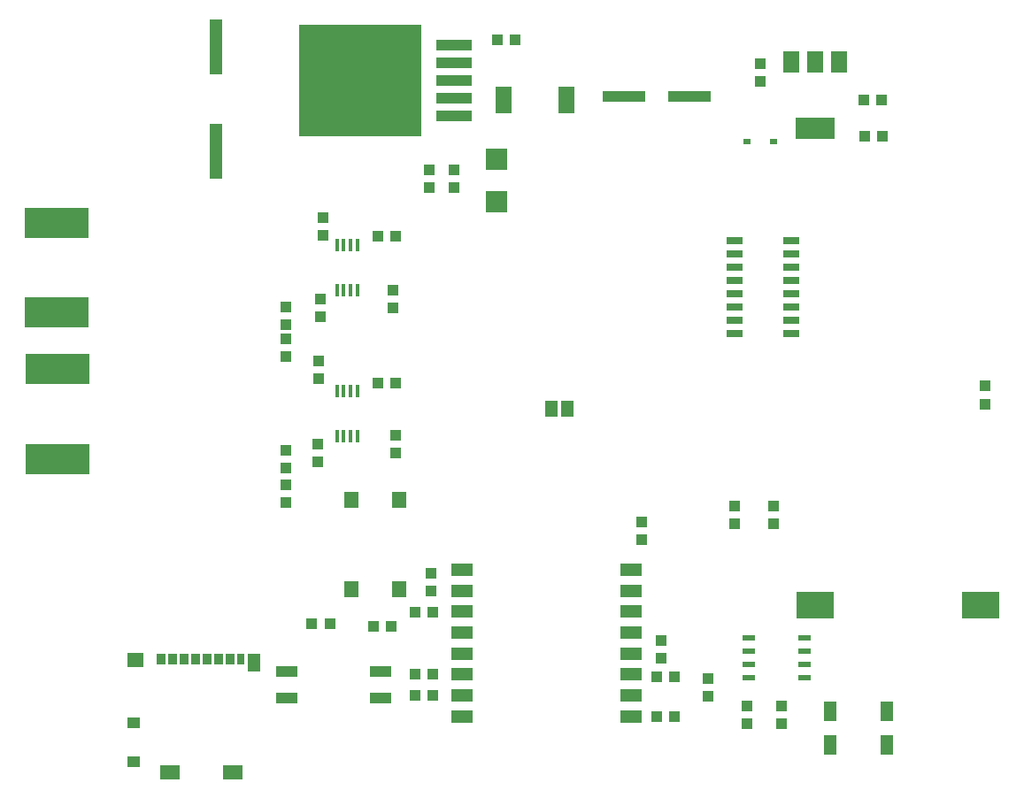
<source format=gtp>
G75*
%MOIN*%
%OFA0B0*%
%FSLAX25Y25*%
%IPPOS*%
%LPD*%
%AMOC8*
5,1,8,0,0,1.08239X$1,22.5*
%
%ADD10R,0.01575X0.04724*%
%ADD11R,0.03937X0.04331*%
%ADD12R,0.07874X0.07874*%
%ADD13R,0.04331X0.03937*%
%ADD14R,0.05900X0.07900*%
%ADD15R,0.15000X0.07900*%
%ADD16R,0.13800X0.04100*%
%ADD17R,0.45900X0.42000*%
%ADD18R,0.05906X0.09843*%
%ADD19R,0.03150X0.02362*%
%ADD20R,0.16000X0.04300*%
%ADD21R,0.07874X0.04724*%
%ADD22R,0.04700X0.21100*%
%ADD23R,0.03350X0.04300*%
%ADD24R,0.02950X0.04300*%
%ADD25R,0.04606X0.07059*%
%ADD26R,0.07509X0.05306*%
%ADD27R,0.04706X0.03955*%
%ADD28R,0.06108X0.05307*%
%ADD29R,0.05512X0.06299*%
%ADD30R,0.04600X0.06300*%
%ADD31R,0.06000X0.02500*%
%ADD32R,0.24409X0.11811*%
%ADD33R,0.05118X0.07480*%
%ADD34R,0.05118X0.02362*%
%ADD35R,0.13937X0.10236*%
%ADD36R,0.07900X0.04300*%
D10*
X0162988Y0196040D03*
X0165547Y0196040D03*
X0168106Y0196040D03*
X0170665Y0196040D03*
X0170665Y0213022D03*
X0168106Y0213022D03*
X0165547Y0213022D03*
X0162988Y0213022D03*
X0162988Y0251040D03*
X0165547Y0251040D03*
X0168106Y0251040D03*
X0170665Y0251040D03*
X0170665Y0268022D03*
X0168106Y0268022D03*
X0165547Y0268022D03*
X0162988Y0268022D03*
D11*
X0157627Y0271585D03*
X0157627Y0278278D03*
X0178480Y0271531D03*
X0185173Y0271531D03*
X0197786Y0289589D03*
X0197786Y0296282D03*
X0206950Y0296269D03*
X0206950Y0289576D03*
X0184051Y0251000D03*
X0184051Y0244307D03*
X0156827Y0241185D03*
X0156827Y0247878D03*
X0156127Y0224378D03*
X0156127Y0217685D03*
X0178441Y0216208D03*
X0185134Y0216208D03*
X0185027Y0196378D03*
X0185027Y0189685D03*
X0155827Y0186485D03*
X0155827Y0193178D03*
X0192480Y0129831D03*
X0199173Y0129831D03*
X0183520Y0124531D03*
X0176827Y0124531D03*
X0160253Y0125547D03*
X0153560Y0125547D03*
X0192480Y0106531D03*
X0199173Y0106531D03*
X0199173Y0098531D03*
X0192480Y0098531D03*
X0283480Y0105531D03*
X0290173Y0105531D03*
X0317372Y0094309D03*
X0317372Y0087616D03*
X0277627Y0157085D03*
X0277627Y0163778D03*
X0407110Y0208199D03*
X0407110Y0214892D03*
X0322327Y0329585D03*
X0322327Y0336278D03*
D12*
X0223111Y0300249D03*
X0223111Y0284501D03*
D13*
X0143827Y0244878D03*
X0143827Y0238185D03*
X0143827Y0232878D03*
X0143827Y0226185D03*
X0143827Y0190878D03*
X0143827Y0184185D03*
X0143827Y0177878D03*
X0143827Y0171185D03*
X0198277Y0144467D03*
X0198277Y0137774D03*
X0284904Y0119149D03*
X0284904Y0112456D03*
X0302827Y0104878D03*
X0302827Y0098185D03*
X0290173Y0090531D03*
X0283480Y0090531D03*
X0330456Y0087668D03*
X0330456Y0094361D03*
X0327365Y0162923D03*
X0327365Y0169615D03*
X0312827Y0169878D03*
X0312827Y0163185D03*
X0361729Y0309002D03*
X0368422Y0309002D03*
X0368197Y0322827D03*
X0361504Y0322827D03*
X0229972Y0345338D03*
X0223280Y0345338D03*
D14*
X0334038Y0336931D03*
X0343038Y0336931D03*
X0352038Y0336931D03*
D15*
X0343138Y0312131D03*
D16*
X0206902Y0316690D03*
X0206902Y0323390D03*
X0206902Y0330090D03*
X0206902Y0336790D03*
X0206902Y0343490D03*
D17*
X0171702Y0330090D03*
D18*
X0225715Y0322884D03*
X0249337Y0322884D03*
D19*
X0317472Y0306901D03*
X0327315Y0306901D03*
D20*
X0295627Y0323931D03*
X0271027Y0323931D03*
D21*
X0273827Y0145657D03*
X0273827Y0137783D03*
X0273827Y0129909D03*
X0273827Y0122035D03*
X0273827Y0114161D03*
X0273827Y0106287D03*
X0273827Y0098413D03*
X0273827Y0090539D03*
X0210047Y0090539D03*
X0210047Y0098413D03*
X0210047Y0106287D03*
X0210047Y0114161D03*
X0210047Y0122035D03*
X0210047Y0129909D03*
X0210047Y0137783D03*
X0210047Y0145657D03*
D22*
X0117426Y0303496D03*
X0117426Y0342696D03*
D23*
X0118328Y0112086D03*
X0114026Y0112086D03*
X0109733Y0112076D03*
X0105371Y0112067D03*
X0101061Y0112086D03*
X0096768Y0112086D03*
X0122684Y0112075D03*
D24*
X0126855Y0112076D03*
D25*
X0131578Y0110700D03*
D26*
X0100133Y0069536D03*
X0123614Y0069538D03*
D27*
X0086369Y0073350D03*
X0086369Y0087918D03*
D28*
X0087085Y0111590D03*
D29*
X0168522Y0138472D03*
X0186239Y0138472D03*
X0186239Y0171936D03*
X0168522Y0171936D03*
D30*
X0243827Y0206531D03*
X0249827Y0206531D03*
D31*
X0312681Y0234740D03*
X0312681Y0239740D03*
X0312681Y0244740D03*
X0312681Y0249740D03*
X0312681Y0254740D03*
X0312681Y0259740D03*
X0312681Y0264740D03*
X0312681Y0269740D03*
X0333902Y0269740D03*
X0333902Y0264740D03*
X0333902Y0259740D03*
X0333902Y0254740D03*
X0333902Y0249740D03*
X0333902Y0244740D03*
X0333902Y0239740D03*
X0333902Y0234740D03*
D32*
X0057457Y0242665D03*
X0057583Y0221366D03*
X0057583Y0187508D03*
X0057457Y0276523D03*
D33*
X0348577Y0092262D03*
X0370231Y0092262D03*
X0370231Y0079664D03*
X0348577Y0079664D03*
D34*
X0339063Y0105051D03*
X0339063Y0110169D03*
X0339063Y0114894D03*
X0339063Y0120012D03*
X0318197Y0120012D03*
X0318197Y0114894D03*
X0318197Y0110169D03*
X0318197Y0105051D03*
D35*
X0343150Y0132531D03*
X0405551Y0132531D03*
D36*
X0179527Y0107531D03*
X0179527Y0097531D03*
X0144127Y0097531D03*
X0144127Y0107531D03*
M02*

</source>
